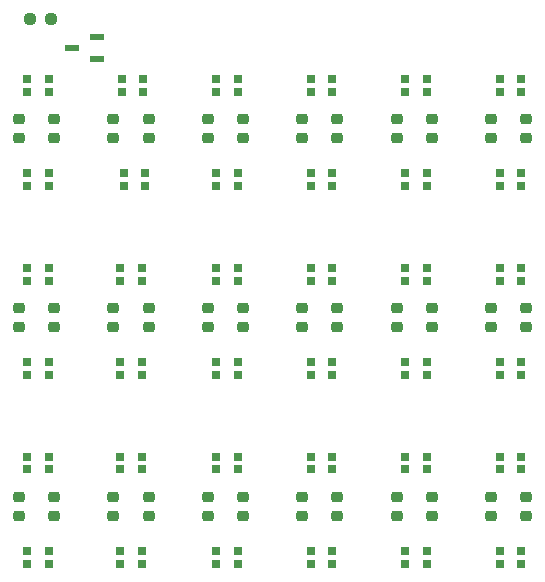
<source format=gbr>
%TF.GenerationSoftware,KiCad,Pcbnew,(7.0.0)*%
%TF.CreationDate,2023-03-11T18:24:33-08:00*%
%TF.ProjectId,pyBoard,7079426f-6172-4642-9e6b-696361645f70,rev?*%
%TF.SameCoordinates,Original*%
%TF.FileFunction,Paste,Top*%
%TF.FilePolarity,Positive*%
%FSLAX46Y46*%
G04 Gerber Fmt 4.6, Leading zero omitted, Abs format (unit mm)*
G04 Created by KiCad (PCBNEW (7.0.0)) date 2023-03-11 18:24:33*
%MOMM*%
%LPD*%
G01*
G04 APERTURE LIST*
G04 Aperture macros list*
%AMRoundRect*
0 Rectangle with rounded corners*
0 $1 Rounding radius*
0 $2 $3 $4 $5 $6 $7 $8 $9 X,Y pos of 4 corners*
0 Add a 4 corners polygon primitive as box body*
4,1,4,$2,$3,$4,$5,$6,$7,$8,$9,$2,$3,0*
0 Add four circle primitives for the rounded corners*
1,1,$1+$1,$2,$3*
1,1,$1+$1,$4,$5*
1,1,$1+$1,$6,$7*
1,1,$1+$1,$8,$9*
0 Add four rect primitives between the rounded corners*
20,1,$1+$1,$2,$3,$4,$5,0*
20,1,$1+$1,$4,$5,$6,$7,0*
20,1,$1+$1,$6,$7,$8,$9,0*
20,1,$1+$1,$8,$9,$2,$3,0*%
G04 Aperture macros list end*
%ADD10R,0.700000X0.700000*%
%ADD11RoundRect,0.225000X0.250000X-0.225000X0.250000X0.225000X-0.250000X0.225000X-0.250000X-0.225000X0*%
%ADD12RoundRect,0.225000X-0.250000X0.225000X-0.250000X-0.225000X0.250000X-0.225000X0.250000X0.225000X0*%
%ADD13R,1.300000X0.600000*%
%ADD14RoundRect,0.237500X0.250000X0.237500X-0.250000X0.237500X-0.250000X-0.237500X0.250000X-0.237500X0*%
G04 APERTURE END LIST*
D10*
%TO.C,D34*%
X134419999Y-112499999D03*
X134419999Y-113599999D03*
X136249999Y-113599999D03*
X136249999Y-112499999D03*
%TD*%
%TO.C,D27*%
X136249999Y-105599999D03*
X136249999Y-104499999D03*
X134419999Y-104499999D03*
X134419999Y-105599999D03*
%TD*%
%TO.C,D35*%
X126269999Y-112499999D03*
X126269999Y-113599999D03*
X128099999Y-113599999D03*
X128099999Y-112499999D03*
%TD*%
D11*
%TO.C,C39*%
X149685000Y-109500000D03*
X149685000Y-107950000D03*
%TD*%
D10*
%TO.C,D15*%
X136249999Y-89599999D03*
X136249999Y-88499999D03*
X134419999Y-88499999D03*
X134419999Y-89599999D03*
%TD*%
D12*
%TO.C,C32*%
X120685000Y-107950000D03*
X120685000Y-109500000D03*
%TD*%
D10*
%TO.C,D4*%
X144249999Y-73599999D03*
X144249999Y-72499999D03*
X142419999Y-72499999D03*
X142419999Y-73599999D03*
%TD*%
D12*
%TO.C,C26*%
X144685000Y-91950000D03*
X144685000Y-93500000D03*
%TD*%
D10*
%TO.C,D11*%
X126569999Y-80499999D03*
X126569999Y-81599999D03*
X128399999Y-81599999D03*
X128399999Y-80499999D03*
%TD*%
D11*
%TO.C,C13*%
X117685000Y-77500000D03*
X117685000Y-75950000D03*
%TD*%
D10*
%TO.C,D22*%
X134419999Y-96499999D03*
X134419999Y-97599999D03*
X136249999Y-97599999D03*
X136249999Y-96499999D03*
%TD*%
%TO.C,D7*%
X158419999Y-80499999D03*
X158419999Y-81599999D03*
X160249999Y-81599999D03*
X160249999Y-80499999D03*
%TD*%
%TO.C,D5*%
X152249999Y-73599999D03*
X152249999Y-72499999D03*
X150419999Y-72499999D03*
X150419999Y-73599999D03*
%TD*%
%TO.C,D31*%
X158419999Y-112499999D03*
X158419999Y-113599999D03*
X160249999Y-113599999D03*
X160249999Y-112499999D03*
%TD*%
D12*
%TO.C,C8*%
X128685000Y-77500000D03*
X128685000Y-75950000D03*
%TD*%
D13*
%TO.C,Q1*%
X124334999Y-70849999D03*
X124334999Y-68949999D03*
X122234999Y-69899999D03*
%TD*%
D11*
%TO.C,C15*%
X133685000Y-77500000D03*
X133685000Y-75950000D03*
%TD*%
D10*
%TO.C,D36*%
X118419999Y-112499999D03*
X118419999Y-113599999D03*
X120249999Y-113599999D03*
X120249999Y-112499999D03*
%TD*%
%TO.C,D21*%
X142419999Y-96499999D03*
X142419999Y-97599999D03*
X144249999Y-97599999D03*
X144249999Y-96499999D03*
%TD*%
%TO.C,D8*%
X150419999Y-80499999D03*
X150419999Y-81599999D03*
X152249999Y-81599999D03*
X152249999Y-80499999D03*
%TD*%
D11*
%TO.C,C23*%
X133685000Y-93500000D03*
X133685000Y-91950000D03*
%TD*%
%TO.C,C14*%
X125685000Y-77500000D03*
X125685000Y-75950000D03*
%TD*%
D10*
%TO.C,D30*%
X160249999Y-105599999D03*
X160249999Y-104499999D03*
X158419999Y-104499999D03*
X158419999Y-105599999D03*
%TD*%
%TO.C,D23*%
X126269999Y-96499999D03*
X126269999Y-97599999D03*
X128099999Y-97599999D03*
X128099999Y-96499999D03*
%TD*%
D11*
%TO.C,C27*%
X149685000Y-93500000D03*
X149685000Y-91950000D03*
%TD*%
D10*
%TO.C,D19*%
X158419999Y-96499999D03*
X158419999Y-97599999D03*
X160249999Y-97599999D03*
X160249999Y-96499999D03*
%TD*%
D12*
%TO.C,C30*%
X160685000Y-91950000D03*
X160685000Y-93500000D03*
%TD*%
D10*
%TO.C,D9*%
X142419999Y-80499999D03*
X142419999Y-81599999D03*
X144249999Y-81599999D03*
X144249999Y-80499999D03*
%TD*%
D12*
%TO.C,C34*%
X128685000Y-107950000D03*
X128685000Y-109500000D03*
%TD*%
D10*
%TO.C,D28*%
X144249999Y-105599999D03*
X144249999Y-104499999D03*
X142419999Y-104499999D03*
X142419999Y-105599999D03*
%TD*%
D11*
%TO.C,C35*%
X133685000Y-109500000D03*
X133685000Y-107950000D03*
%TD*%
D10*
%TO.C,D17*%
X152249999Y-89599999D03*
X152249999Y-88499999D03*
X150419999Y-88499999D03*
X150419999Y-89599999D03*
%TD*%
D12*
%TO.C,C11*%
X152685000Y-75950000D03*
X152685000Y-77500000D03*
%TD*%
D10*
%TO.C,D2*%
X128249999Y-73599999D03*
X128249999Y-72499999D03*
X126419999Y-72499999D03*
X126419999Y-73599999D03*
%TD*%
D12*
%TO.C,C24*%
X136685000Y-91950000D03*
X136685000Y-93500000D03*
%TD*%
D10*
%TO.C,D12*%
X118419999Y-80499999D03*
X118419999Y-81599999D03*
X120249999Y-81599999D03*
X120249999Y-80499999D03*
%TD*%
D12*
%TO.C,C22*%
X128685000Y-91950000D03*
X128685000Y-93500000D03*
%TD*%
D11*
%TO.C,C16*%
X141685000Y-77500000D03*
X141685000Y-75950000D03*
%TD*%
%TO.C,C37*%
X141685000Y-109500000D03*
X141685000Y-107950000D03*
%TD*%
%TO.C,C21*%
X125685000Y-93500000D03*
X125685000Y-91950000D03*
%TD*%
D10*
%TO.C,D6*%
X160249999Y-73599999D03*
X160249999Y-72499999D03*
X158419999Y-72499999D03*
X158419999Y-73599999D03*
%TD*%
%TO.C,D24*%
X118419999Y-96499999D03*
X118419999Y-97599999D03*
X120249999Y-97599999D03*
X120249999Y-96499999D03*
%TD*%
D11*
%TO.C,C17*%
X149685000Y-77500000D03*
X149685000Y-75950000D03*
%TD*%
D10*
%TO.C,D14*%
X128099999Y-89599999D03*
X128099999Y-88499999D03*
X126269999Y-88499999D03*
X126269999Y-89599999D03*
%TD*%
D12*
%TO.C,C38*%
X144685000Y-107950000D03*
X144685000Y-109500000D03*
%TD*%
%TO.C,C40*%
X152685000Y-107950000D03*
X152685000Y-109500000D03*
%TD*%
D10*
%TO.C,D33*%
X142419999Y-112499999D03*
X142419999Y-113599999D03*
X144249999Y-113599999D03*
X144249999Y-112499999D03*
%TD*%
D12*
%TO.C,C7*%
X120685000Y-75950000D03*
X120685000Y-77500000D03*
%TD*%
D11*
%TO.C,C31*%
X117685000Y-109500000D03*
X117685000Y-107950000D03*
%TD*%
D12*
%TO.C,C42*%
X160685000Y-107950000D03*
X160685000Y-109500000D03*
%TD*%
D11*
%TO.C,C18*%
X157685000Y-77500000D03*
X157685000Y-75950000D03*
%TD*%
%TO.C,C25*%
X141685000Y-93500000D03*
X141685000Y-91950000D03*
%TD*%
D12*
%TO.C,C20*%
X120685000Y-91950000D03*
X120685000Y-93500000D03*
%TD*%
%TO.C,C9*%
X136685000Y-75950000D03*
X136685000Y-77500000D03*
%TD*%
%TO.C,C36*%
X136685000Y-107950000D03*
X136685000Y-109500000D03*
%TD*%
D11*
%TO.C,C41*%
X157685000Y-109500000D03*
X157685000Y-107950000D03*
%TD*%
D10*
%TO.C,D10*%
X134419999Y-80499999D03*
X134419999Y-81599999D03*
X136249999Y-81599999D03*
X136249999Y-80499999D03*
%TD*%
%TO.C,D13*%
X120249999Y-89599999D03*
X120249999Y-88499999D03*
X118419999Y-88499999D03*
X118419999Y-89599999D03*
%TD*%
%TO.C,D20*%
X150419999Y-96499999D03*
X150419999Y-97599999D03*
X152249999Y-97599999D03*
X152249999Y-96499999D03*
%TD*%
%TO.C,D3*%
X136249999Y-73599999D03*
X136249999Y-72499999D03*
X134419999Y-72499999D03*
X134419999Y-73599999D03*
%TD*%
D12*
%TO.C,C28*%
X152685000Y-91950000D03*
X152685000Y-93500000D03*
%TD*%
D10*
%TO.C,D1*%
X120249999Y-73599999D03*
X120249999Y-72499999D03*
X118419999Y-72499999D03*
X118419999Y-73599999D03*
%TD*%
D11*
%TO.C,C19*%
X117685000Y-93500000D03*
X117685000Y-91950000D03*
%TD*%
%TO.C,C29*%
X157685000Y-93500000D03*
X157685000Y-91950000D03*
%TD*%
D12*
%TO.C,C10*%
X144685000Y-75950000D03*
X144685000Y-77500000D03*
%TD*%
D10*
%TO.C,D25*%
X120249999Y-105599999D03*
X120249999Y-104499999D03*
X118419999Y-104499999D03*
X118419999Y-105599999D03*
%TD*%
%TO.C,D18*%
X160249999Y-89599999D03*
X160249999Y-88499999D03*
X158419999Y-88499999D03*
X158419999Y-89599999D03*
%TD*%
%TO.C,D29*%
X152249999Y-105599999D03*
X152249999Y-104499999D03*
X150419999Y-104499999D03*
X150419999Y-105599999D03*
%TD*%
D12*
%TO.C,C12*%
X160685000Y-75950000D03*
X160685000Y-77500000D03*
%TD*%
D10*
%TO.C,D32*%
X150419999Y-112499999D03*
X150419999Y-113599999D03*
X152249999Y-113599999D03*
X152249999Y-112499999D03*
%TD*%
D11*
%TO.C,C33*%
X125685000Y-109500000D03*
X125685000Y-107950000D03*
%TD*%
D14*
%TO.C,R6*%
X120462500Y-67450000D03*
X118637500Y-67450000D03*
%TD*%
D10*
%TO.C,D16*%
X144249999Y-89599999D03*
X144249999Y-88499999D03*
X142419999Y-88499999D03*
X142419999Y-89599999D03*
%TD*%
%TO.C,D26*%
X128099999Y-105599999D03*
X128099999Y-104499999D03*
X126269999Y-104499999D03*
X126269999Y-105599999D03*
%TD*%
M02*

</source>
